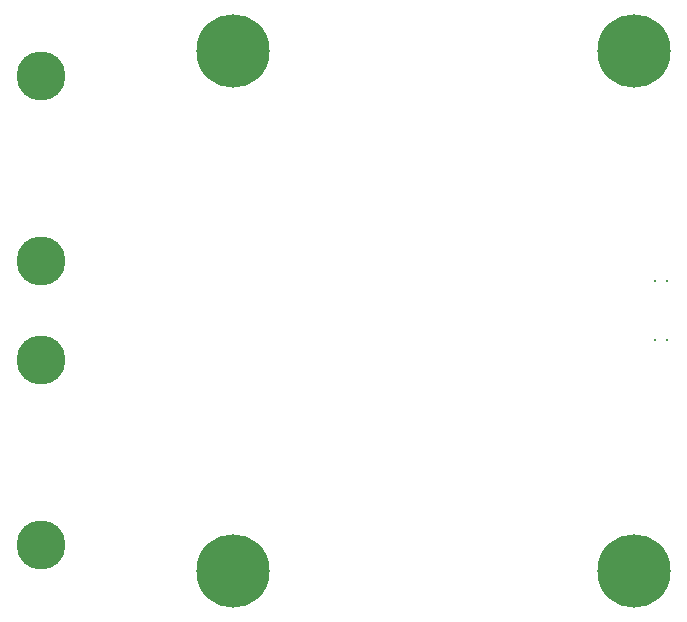
<source format=gbs>
G04*
G04 #@! TF.GenerationSoftware,Altium Limited,Altium Designer,23.9.2 (47)*
G04*
G04 Layer_Color=16711935*
%FSLAX25Y25*%
%MOIN*%
G70*
G04*
G04 #@! TF.SameCoordinates,B9D28BA6-00D3-483F-BACE-1505689BD4AF*
G04*
G04*
G04 #@! TF.FilePolarity,Negative*
G04*
G01*
G75*
%ADD29C,0.16339*%
%ADD30C,0.24422*%
%ADD31C,0.00800*%
D29*
X4961Y-16417D02*
D03*
Y-78071D02*
D03*
Y16417D02*
D03*
Y78071D02*
D03*
D30*
X68898Y86614D02*
D03*
Y-86614D02*
D03*
X202756D02*
D03*
Y86614D02*
D03*
D31*
X209646Y-9843D02*
D03*
X213583D02*
D03*
X209646Y9843D02*
D03*
X213583D02*
D03*
M02*

</source>
